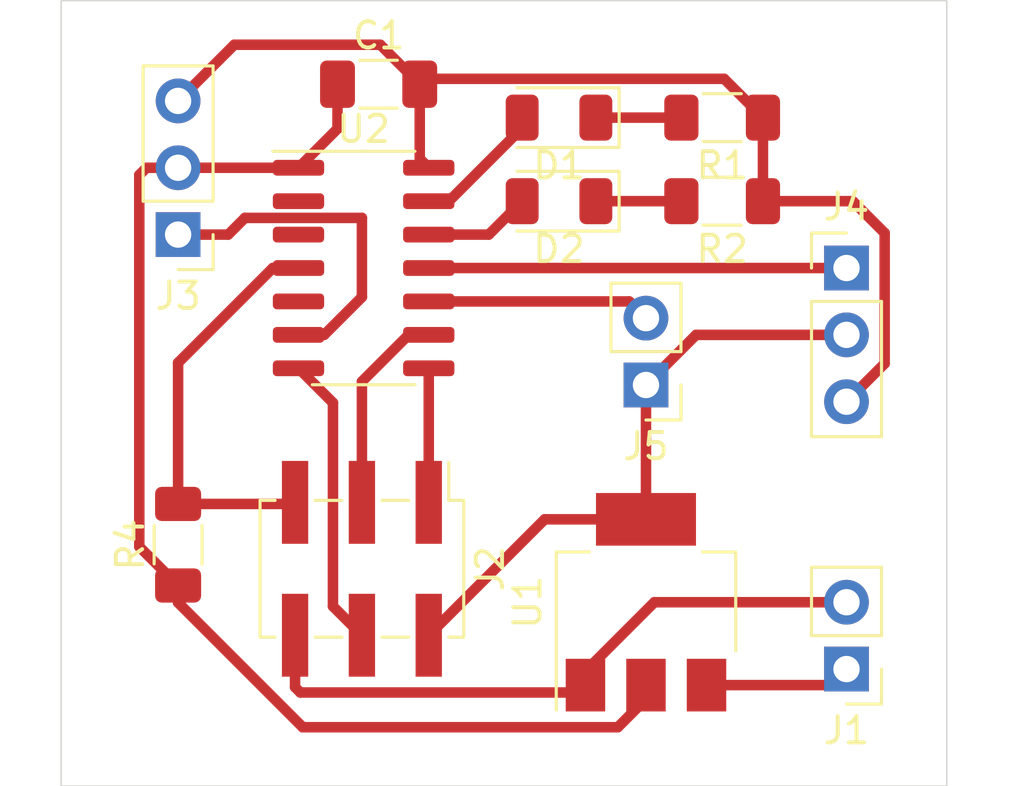
<source format=kicad_pcb>
(kicad_pcb (version 20171130) (host pcbnew "(5.1.10-1-10_14)")

  (general
    (thickness 1.6)
    (drawings 4)
    (tracks 69)
    (zones 0)
    (modules 13)
    (nets 18)
  )

  (page A4)
  (layers
    (0 F.Cu signal)
    (31 B.Cu signal)
    (32 B.Adhes user)
    (33 F.Adhes user)
    (34 B.Paste user)
    (35 F.Paste user)
    (36 B.SilkS user)
    (37 F.SilkS user)
    (38 B.Mask user)
    (39 F.Mask user)
    (40 Dwgs.User user)
    (41 Cmts.User user)
    (42 Eco1.User user)
    (43 Eco2.User user)
    (44 Edge.Cuts user)
    (45 Margin user)
    (46 B.CrtYd user)
    (47 F.CrtYd user)
    (48 B.Fab user)
    (49 F.Fab user)
  )

  (setup
    (last_trace_width 0.4)
    (trace_clearance 0.4)
    (zone_clearance 0.508)
    (zone_45_only no)
    (trace_min 0.2)
    (via_size 1.2)
    (via_drill 0.8)
    (via_min_size 0.4)
    (via_min_drill 0.3)
    (uvia_size 0.3)
    (uvia_drill 0.1)
    (uvias_allowed no)
    (uvia_min_size 0.2)
    (uvia_min_drill 0.1)
    (edge_width 0.05)
    (segment_width 0.2)
    (pcb_text_width 0.3)
    (pcb_text_size 1.5 1.5)
    (mod_edge_width 0.12)
    (mod_text_size 1 1)
    (mod_text_width 0.15)
    (pad_size 1.95 0.6)
    (pad_drill 0)
    (pad_to_mask_clearance 0)
    (solder_mask_min_width 0.25)
    (aux_axis_origin 0 0)
    (visible_elements FFFFFF7F)
    (pcbplotparams
      (layerselection 0x010fc_ffffffff)
      (usegerberextensions false)
      (usegerberattributes true)
      (usegerberadvancedattributes true)
      (creategerberjobfile true)
      (excludeedgelayer true)
      (linewidth 0.100000)
      (plotframeref false)
      (viasonmask false)
      (mode 1)
      (useauxorigin false)
      (hpglpennumber 1)
      (hpglpenspeed 20)
      (hpglpendiameter 15.000000)
      (psnegative false)
      (psa4output false)
      (plotreference true)
      (plotvalue true)
      (plotinvisibletext false)
      (padsonsilk false)
      (subtractmaskfromsilk false)
      (outputformat 1)
      (mirror false)
      (drillshape 0)
      (scaleselection 1)
      (outputdirectory ""))
  )

  (net 0 "")
  (net 1 VCC)
  (net 2 GND)
  (net 3 "Net-(D1-Pad2)")
  (net 4 "Net-(D1-Pad1)")
  (net 5 "Net-(D2-Pad1)")
  (net 6 "Net-(D2-Pad2)")
  (net 7 +9V)
  (net 8 /MISO)
  (net 9 /SCK)
  (net 10 /MOSI)
  (net 11 /RESET)
  (net 12 /Send)
  (net 13 "Net-(U2-Pad2)")
  (net 14 "Net-(U2-Pad3)")
  (net 15 "Net-(U2-Pad5)")
  (net 16 /Motor1)
  (net 17 /Motor2)

  (net_class Default "This is the default net class."
    (clearance 0.4)
    (trace_width 0.4)
    (via_dia 1.2)
    (via_drill 0.8)
    (uvia_dia 0.3)
    (uvia_drill 0.1)
    (add_net +9V)
    (add_net /MISO)
    (add_net /MOSI)
    (add_net /Motor1)
    (add_net /Motor2)
    (add_net /RESET)
    (add_net /SCK)
    (add_net /Send)
    (add_net GND)
    (add_net "Net-(D1-Pad1)")
    (add_net "Net-(D1-Pad2)")
    (add_net "Net-(D2-Pad1)")
    (add_net "Net-(D2-Pad2)")
    (add_net "Net-(U2-Pad2)")
    (add_net "Net-(U2-Pad3)")
    (add_net "Net-(U2-Pad5)")
    (add_net VCC)
  )

  (module Capacitor_SMD:C_1206_3216Metric_Pad1.33x1.80mm_HandSolder (layer F.Cu) (tedit 5F68FEEF) (tstamp 6195AF40)
    (at 149.225 90.805)
    (descr "Capacitor SMD 1206 (3216 Metric), square (rectangular) end terminal, IPC_7351 nominal with elongated pad for handsoldering. (Body size source: IPC-SM-782 page 76, https://www.pcb-3d.com/wordpress/wp-content/uploads/ipc-sm-782a_amendment_1_and_2.pdf), generated with kicad-footprint-generator")
    (tags "capacitor handsolder")
    (path /618C6C0C)
    (attr smd)
    (fp_text reference C1 (at 0 -1.85) (layer F.SilkS)
      (effects (font (size 1 1) (thickness 0.15)))
    )
    (fp_text value "4.7 uF" (at 0 1.85) (layer F.Fab)
      (effects (font (size 1 1) (thickness 0.15)))
    )
    (fp_line (start 2.48 1.15) (end -2.48 1.15) (layer F.CrtYd) (width 0.05))
    (fp_line (start 2.48 -1.15) (end 2.48 1.15) (layer F.CrtYd) (width 0.05))
    (fp_line (start -2.48 -1.15) (end 2.48 -1.15) (layer F.CrtYd) (width 0.05))
    (fp_line (start -2.48 1.15) (end -2.48 -1.15) (layer F.CrtYd) (width 0.05))
    (fp_line (start -0.711252 0.91) (end 0.711252 0.91) (layer F.SilkS) (width 0.12))
    (fp_line (start -0.711252 -0.91) (end 0.711252 -0.91) (layer F.SilkS) (width 0.12))
    (fp_line (start 1.6 0.8) (end -1.6 0.8) (layer F.Fab) (width 0.1))
    (fp_line (start 1.6 -0.8) (end 1.6 0.8) (layer F.Fab) (width 0.1))
    (fp_line (start -1.6 -0.8) (end 1.6 -0.8) (layer F.Fab) (width 0.1))
    (fp_line (start -1.6 0.8) (end -1.6 -0.8) (layer F.Fab) (width 0.1))
    (fp_text user %R (at 0 0) (layer F.Fab)
      (effects (font (size 0.8 0.8) (thickness 0.12)))
    )
    (pad 1 smd roundrect (at -1.5625 0) (size 1.325 1.8) (layers F.Cu F.Paste F.Mask) (roundrect_rratio 0.1886784905660377)
      (net 1 VCC))
    (pad 2 smd roundrect (at 1.5625 0) (size 1.325 1.8) (layers F.Cu F.Paste F.Mask) (roundrect_rratio 0.1886784905660377)
      (net 2 GND))
    (model ${KISYS3DMOD}/Capacitor_SMD.3dshapes/C_1206_3216Metric.wrl
      (at (xyz 0 0 0))
      (scale (xyz 1 1 1))
      (rotate (xyz 0 0 0))
    )
  )

  (module LED_SMD:LED_1206_3216Metric (layer F.Cu) (tedit 5F68FEF1) (tstamp 6195AF53)
    (at 156.08 92.075 180)
    (descr "LED SMD 1206 (3216 Metric), square (rectangular) end terminal, IPC_7351 nominal, (Body size source: http://www.tortai-tech.com/upload/download/2011102023233369053.pdf), generated with kicad-footprint-generator")
    (tags LED)
    (path /618D4F48)
    (attr smd)
    (fp_text reference D1 (at 0 -1.82) (layer F.SilkS)
      (effects (font (size 1 1) (thickness 0.15)))
    )
    (fp_text value LED (at 0 1.82) (layer F.Fab)
      (effects (font (size 1 1) (thickness 0.15)))
    )
    (fp_line (start 1.6 -0.8) (end -1.2 -0.8) (layer F.Fab) (width 0.1))
    (fp_line (start -1.2 -0.8) (end -1.6 -0.4) (layer F.Fab) (width 0.1))
    (fp_line (start -1.6 -0.4) (end -1.6 0.8) (layer F.Fab) (width 0.1))
    (fp_line (start -1.6 0.8) (end 1.6 0.8) (layer F.Fab) (width 0.1))
    (fp_line (start 1.6 0.8) (end 1.6 -0.8) (layer F.Fab) (width 0.1))
    (fp_line (start 1.6 -1.135) (end -2.285 -1.135) (layer F.SilkS) (width 0.12))
    (fp_line (start -2.285 -1.135) (end -2.285 1.135) (layer F.SilkS) (width 0.12))
    (fp_line (start -2.285 1.135) (end 1.6 1.135) (layer F.SilkS) (width 0.12))
    (fp_line (start -2.28 1.12) (end -2.28 -1.12) (layer F.CrtYd) (width 0.05))
    (fp_line (start -2.28 -1.12) (end 2.28 -1.12) (layer F.CrtYd) (width 0.05))
    (fp_line (start 2.28 -1.12) (end 2.28 1.12) (layer F.CrtYd) (width 0.05))
    (fp_line (start 2.28 1.12) (end -2.28 1.12) (layer F.CrtYd) (width 0.05))
    (fp_text user %R (at 0 0 180) (layer F.Fab)
      (effects (font (size 0.8 0.8) (thickness 0.12)))
    )
    (pad 2 smd roundrect (at 1.4 0 180) (size 1.25 1.75) (layers F.Cu F.Paste F.Mask) (roundrect_rratio 0.2)
      (net 3 "Net-(D1-Pad2)"))
    (pad 1 smd roundrect (at -1.4 0 180) (size 1.25 1.75) (layers F.Cu F.Paste F.Mask) (roundrect_rratio 0.2)
      (net 4 "Net-(D1-Pad1)"))
    (model ${KISYS3DMOD}/LED_SMD.3dshapes/LED_1206_3216Metric.wrl
      (at (xyz 0 0 0))
      (scale (xyz 1 1 1))
      (rotate (xyz 0 0 0))
    )
  )

  (module LED_SMD:LED_1206_3216Metric (layer F.Cu) (tedit 5F68FEF1) (tstamp 6195AF66)
    (at 156.08 95.25 180)
    (descr "LED SMD 1206 (3216 Metric), square (rectangular) end terminal, IPC_7351 nominal, (Body size source: http://www.tortai-tech.com/upload/download/2011102023233369053.pdf), generated with kicad-footprint-generator")
    (tags LED)
    (path /61816D9D)
    (attr smd)
    (fp_text reference D2 (at 0 -1.82) (layer F.SilkS)
      (effects (font (size 1 1) (thickness 0.15)))
    )
    (fp_text value LED (at 0 1.82) (layer F.Fab)
      (effects (font (size 1 1) (thickness 0.15)))
    )
    (fp_line (start 2.28 1.12) (end -2.28 1.12) (layer F.CrtYd) (width 0.05))
    (fp_line (start 2.28 -1.12) (end 2.28 1.12) (layer F.CrtYd) (width 0.05))
    (fp_line (start -2.28 -1.12) (end 2.28 -1.12) (layer F.CrtYd) (width 0.05))
    (fp_line (start -2.28 1.12) (end -2.28 -1.12) (layer F.CrtYd) (width 0.05))
    (fp_line (start -2.285 1.135) (end 1.6 1.135) (layer F.SilkS) (width 0.12))
    (fp_line (start -2.285 -1.135) (end -2.285 1.135) (layer F.SilkS) (width 0.12))
    (fp_line (start 1.6 -1.135) (end -2.285 -1.135) (layer F.SilkS) (width 0.12))
    (fp_line (start 1.6 0.8) (end 1.6 -0.8) (layer F.Fab) (width 0.1))
    (fp_line (start -1.6 0.8) (end 1.6 0.8) (layer F.Fab) (width 0.1))
    (fp_line (start -1.6 -0.4) (end -1.6 0.8) (layer F.Fab) (width 0.1))
    (fp_line (start -1.2 -0.8) (end -1.6 -0.4) (layer F.Fab) (width 0.1))
    (fp_line (start 1.6 -0.8) (end -1.2 -0.8) (layer F.Fab) (width 0.1))
    (fp_text user %R (at 0 0 180) (layer F.Fab)
      (effects (font (size 0.8 0.8) (thickness 0.12)))
    )
    (pad 1 smd roundrect (at -1.4 0 180) (size 1.25 1.75) (layers F.Cu F.Paste F.Mask) (roundrect_rratio 0.2)
      (net 5 "Net-(D2-Pad1)"))
    (pad 2 smd roundrect (at 1.4 0 180) (size 1.25 1.75) (layers F.Cu F.Paste F.Mask) (roundrect_rratio 0.2)
      (net 6 "Net-(D2-Pad2)"))
    (model ${KISYS3DMOD}/LED_SMD.3dshapes/LED_1206_3216Metric.wrl
      (at (xyz 0 0 0))
      (scale (xyz 1 1 1))
      (rotate (xyz 0 0 0))
    )
  )

  (module Connector_PinHeader_2.54mm:PinHeader_1x02_P2.54mm_Vertical (layer F.Cu) (tedit 59FED5CC) (tstamp 6195E00C)
    (at 167.005 113.03 180)
    (descr "Through hole straight pin header, 1x02, 2.54mm pitch, single row")
    (tags "Through hole pin header THT 1x02 2.54mm single row")
    (path /61824F8C)
    (fp_text reference J1 (at 0 -2.33) (layer F.SilkS)
      (effects (font (size 1 1) (thickness 0.15)))
    )
    (fp_text value Conn_01x02_Male (at 0 4.87) (layer F.Fab)
      (effects (font (size 1 1) (thickness 0.15)))
    )
    (fp_line (start 1.8 -1.8) (end -1.8 -1.8) (layer F.CrtYd) (width 0.05))
    (fp_line (start 1.8 4.35) (end 1.8 -1.8) (layer F.CrtYd) (width 0.05))
    (fp_line (start -1.8 4.35) (end 1.8 4.35) (layer F.CrtYd) (width 0.05))
    (fp_line (start -1.8 -1.8) (end -1.8 4.35) (layer F.CrtYd) (width 0.05))
    (fp_line (start -1.33 -1.33) (end 0 -1.33) (layer F.SilkS) (width 0.12))
    (fp_line (start -1.33 0) (end -1.33 -1.33) (layer F.SilkS) (width 0.12))
    (fp_line (start -1.33 1.27) (end 1.33 1.27) (layer F.SilkS) (width 0.12))
    (fp_line (start 1.33 1.27) (end 1.33 3.87) (layer F.SilkS) (width 0.12))
    (fp_line (start -1.33 1.27) (end -1.33 3.87) (layer F.SilkS) (width 0.12))
    (fp_line (start -1.33 3.87) (end 1.33 3.87) (layer F.SilkS) (width 0.12))
    (fp_line (start -1.27 -0.635) (end -0.635 -1.27) (layer F.Fab) (width 0.1))
    (fp_line (start -1.27 3.81) (end -1.27 -0.635) (layer F.Fab) (width 0.1))
    (fp_line (start 1.27 3.81) (end -1.27 3.81) (layer F.Fab) (width 0.1))
    (fp_line (start 1.27 -1.27) (end 1.27 3.81) (layer F.Fab) (width 0.1))
    (fp_line (start -0.635 -1.27) (end 1.27 -1.27) (layer F.Fab) (width 0.1))
    (fp_text user %R (at 0 1.27 90) (layer F.Fab)
      (effects (font (size 1 1) (thickness 0.15)))
    )
    (pad 1 thru_hole rect (at 0 0 180) (size 1.7 1.7) (drill 1) (layers *.Cu *.Mask)
      (net 7 +9V))
    (pad 2 thru_hole oval (at 0 2.54 180) (size 1.7 1.7) (drill 1) (layers *.Cu *.Mask)
      (net 2 GND))
    (model ${KISYS3DMOD}/Connector_PinHeader_2.54mm.3dshapes/PinHeader_1x02_P2.54mm_Vertical.wrl
      (at (xyz 0 0 0))
      (scale (xyz 1 1 1))
      (rotate (xyz 0 0 0))
    )
  )

  (module Connector_PinHeader_2.54mm:PinHeader_2x03_P2.54mm_Vertical_SMD (layer F.Cu) (tedit 59FED5CC) (tstamp 6195AFAD)
    (at 148.59 109.22 270)
    (descr "surface-mounted straight pin header, 2x03, 2.54mm pitch, double rows")
    (tags "Surface mounted pin header SMD 2x03 2.54mm double row")
    (path /61812338)
    (attr smd)
    (fp_text reference J2 (at 0 -4.87 90) (layer F.SilkS)
      (effects (font (size 1 1) (thickness 0.15)))
    )
    (fp_text value AVR-ISP-6 (at 0 4.87 90) (layer F.Fab)
      (effects (font (size 1 1) (thickness 0.15)))
    )
    (fp_line (start 5.9 -4.35) (end -5.9 -4.35) (layer F.CrtYd) (width 0.05))
    (fp_line (start 5.9 4.35) (end 5.9 -4.35) (layer F.CrtYd) (width 0.05))
    (fp_line (start -5.9 4.35) (end 5.9 4.35) (layer F.CrtYd) (width 0.05))
    (fp_line (start -5.9 -4.35) (end -5.9 4.35) (layer F.CrtYd) (width 0.05))
    (fp_line (start 2.6 0.76) (end 2.6 1.78) (layer F.SilkS) (width 0.12))
    (fp_line (start -2.6 0.76) (end -2.6 1.78) (layer F.SilkS) (width 0.12))
    (fp_line (start 2.6 -1.78) (end 2.6 -0.76) (layer F.SilkS) (width 0.12))
    (fp_line (start -2.6 -1.78) (end -2.6 -0.76) (layer F.SilkS) (width 0.12))
    (fp_line (start 2.6 3.3) (end 2.6 3.87) (layer F.SilkS) (width 0.12))
    (fp_line (start -2.6 3.3) (end -2.6 3.87) (layer F.SilkS) (width 0.12))
    (fp_line (start 2.6 -3.87) (end 2.6 -3.3) (layer F.SilkS) (width 0.12))
    (fp_line (start -2.6 -3.87) (end -2.6 -3.3) (layer F.SilkS) (width 0.12))
    (fp_line (start -4.04 -3.3) (end -2.6 -3.3) (layer F.SilkS) (width 0.12))
    (fp_line (start -2.6 3.87) (end 2.6 3.87) (layer F.SilkS) (width 0.12))
    (fp_line (start -2.6 -3.87) (end 2.6 -3.87) (layer F.SilkS) (width 0.12))
    (fp_line (start 3.6 2.86) (end 2.54 2.86) (layer F.Fab) (width 0.1))
    (fp_line (start 3.6 2.22) (end 3.6 2.86) (layer F.Fab) (width 0.1))
    (fp_line (start 2.54 2.22) (end 3.6 2.22) (layer F.Fab) (width 0.1))
    (fp_line (start -3.6 2.86) (end -2.54 2.86) (layer F.Fab) (width 0.1))
    (fp_line (start -3.6 2.22) (end -3.6 2.86) (layer F.Fab) (width 0.1))
    (fp_line (start -2.54 2.22) (end -3.6 2.22) (layer F.Fab) (width 0.1))
    (fp_line (start 3.6 0.32) (end 2.54 0.32) (layer F.Fab) (width 0.1))
    (fp_line (start 3.6 -0.32) (end 3.6 0.32) (layer F.Fab) (width 0.1))
    (fp_line (start 2.54 -0.32) (end 3.6 -0.32) (layer F.Fab) (width 0.1))
    (fp_line (start -3.6 0.32) (end -2.54 0.32) (layer F.Fab) (width 0.1))
    (fp_line (start -3.6 -0.32) (end -3.6 0.32) (layer F.Fab) (width 0.1))
    (fp_line (start -2.54 -0.32) (end -3.6 -0.32) (layer F.Fab) (width 0.1))
    (fp_line (start 3.6 -2.22) (end 2.54 -2.22) (layer F.Fab) (width 0.1))
    (fp_line (start 3.6 -2.86) (end 3.6 -2.22) (layer F.Fab) (width 0.1))
    (fp_line (start 2.54 -2.86) (end 3.6 -2.86) (layer F.Fab) (width 0.1))
    (fp_line (start -3.6 -2.22) (end -2.54 -2.22) (layer F.Fab) (width 0.1))
    (fp_line (start -3.6 -2.86) (end -3.6 -2.22) (layer F.Fab) (width 0.1))
    (fp_line (start -2.54 -2.86) (end -3.6 -2.86) (layer F.Fab) (width 0.1))
    (fp_line (start 2.54 -3.81) (end 2.54 3.81) (layer F.Fab) (width 0.1))
    (fp_line (start -2.54 -2.86) (end -1.59 -3.81) (layer F.Fab) (width 0.1))
    (fp_line (start -2.54 3.81) (end -2.54 -2.86) (layer F.Fab) (width 0.1))
    (fp_line (start -1.59 -3.81) (end 2.54 -3.81) (layer F.Fab) (width 0.1))
    (fp_line (start 2.54 3.81) (end -2.54 3.81) (layer F.Fab) (width 0.1))
    (fp_text user %R (at 0 0 180) (layer F.Fab)
      (effects (font (size 1 1) (thickness 0.15)))
    )
    (pad 1 smd rect (at -2.525 -2.54 270) (size 3.15 1) (layers F.Cu F.Paste F.Mask)
      (net 8 /MISO))
    (pad 2 smd rect (at 2.525 -2.54 270) (size 3.15 1) (layers F.Cu F.Paste F.Mask)
      (net 1 VCC))
    (pad 3 smd rect (at -2.525 0 270) (size 3.15 1) (layers F.Cu F.Paste F.Mask)
      (net 9 /SCK))
    (pad 4 smd rect (at 2.525 0 270) (size 3.15 1) (layers F.Cu F.Paste F.Mask)
      (net 10 /MOSI))
    (pad 5 smd rect (at -2.525 2.54 270) (size 3.15 1) (layers F.Cu F.Paste F.Mask)
      (net 11 /RESET))
    (pad 6 smd rect (at 2.525 2.54 270) (size 3.15 1) (layers F.Cu F.Paste F.Mask)
      (net 2 GND))
    (model ${KISYS3DMOD}/Connector_PinHeader_2.54mm.3dshapes/PinHeader_2x03_P2.54mm_Vertical_SMD.wrl
      (at (xyz 0 0 0))
      (scale (xyz 1 1 1))
      (rotate (xyz 0 0 0))
    )
  )

  (module Connector_PinHeader_2.54mm:PinHeader_1x03_P2.54mm_Vertical (layer F.Cu) (tedit 59FED5CC) (tstamp 6195AFC4)
    (at 141.605 96.52 180)
    (descr "Through hole straight pin header, 1x03, 2.54mm pitch, single row")
    (tags "Through hole pin header THT 1x03 2.54mm single row")
    (path /619650DE)
    (fp_text reference J3 (at 0 -2.33) (layer F.SilkS)
      (effects (font (size 1 1) (thickness 0.15)))
    )
    (fp_text value Conn_01x03_Male (at 0 7.41) (layer F.Fab)
      (effects (font (size 1 1) (thickness 0.15)))
    )
    (fp_line (start 1.8 -1.8) (end -1.8 -1.8) (layer F.CrtYd) (width 0.05))
    (fp_line (start 1.8 6.85) (end 1.8 -1.8) (layer F.CrtYd) (width 0.05))
    (fp_line (start -1.8 6.85) (end 1.8 6.85) (layer F.CrtYd) (width 0.05))
    (fp_line (start -1.8 -1.8) (end -1.8 6.85) (layer F.CrtYd) (width 0.05))
    (fp_line (start -1.33 -1.33) (end 0 -1.33) (layer F.SilkS) (width 0.12))
    (fp_line (start -1.33 0) (end -1.33 -1.33) (layer F.SilkS) (width 0.12))
    (fp_line (start -1.33 1.27) (end 1.33 1.27) (layer F.SilkS) (width 0.12))
    (fp_line (start 1.33 1.27) (end 1.33 6.41) (layer F.SilkS) (width 0.12))
    (fp_line (start -1.33 1.27) (end -1.33 6.41) (layer F.SilkS) (width 0.12))
    (fp_line (start -1.33 6.41) (end 1.33 6.41) (layer F.SilkS) (width 0.12))
    (fp_line (start -1.27 -0.635) (end -0.635 -1.27) (layer F.Fab) (width 0.1))
    (fp_line (start -1.27 6.35) (end -1.27 -0.635) (layer F.Fab) (width 0.1))
    (fp_line (start 1.27 6.35) (end -1.27 6.35) (layer F.Fab) (width 0.1))
    (fp_line (start 1.27 -1.27) (end 1.27 6.35) (layer F.Fab) (width 0.1))
    (fp_line (start -0.635 -1.27) (end 1.27 -1.27) (layer F.Fab) (width 0.1))
    (fp_text user %R (at 0 2.54 90) (layer F.Fab)
      (effects (font (size 1 1) (thickness 0.15)))
    )
    (pad 1 thru_hole rect (at 0 0 180) (size 1.7 1.7) (drill 1) (layers *.Cu *.Mask)
      (net 16 /Motor1))
    (pad 2 thru_hole oval (at 0 2.54 180) (size 1.7 1.7) (drill 1) (layers *.Cu *.Mask)
      (net 1 VCC))
    (pad 3 thru_hole oval (at 0 5.08 180) (size 1.7 1.7) (drill 1) (layers *.Cu *.Mask)
      (net 2 GND))
    (model ${KISYS3DMOD}/Connector_PinHeader_2.54mm.3dshapes/PinHeader_1x03_P2.54mm_Vertical.wrl
      (at (xyz 0 0 0))
      (scale (xyz 1 1 1))
      (rotate (xyz 0 0 0))
    )
  )

  (module Resistor_SMD:R_1206_3216Metric_Pad1.30x1.75mm_HandSolder (layer F.Cu) (tedit 5F68FEEE) (tstamp 6195AFD5)
    (at 162.28 92.075 180)
    (descr "Resistor SMD 1206 (3216 Metric), square (rectangular) end terminal, IPC_7351 nominal with elongated pad for handsoldering. (Body size source: IPC-SM-782 page 72, https://www.pcb-3d.com/wordpress/wp-content/uploads/ipc-sm-782a_amendment_1_and_2.pdf), generated with kicad-footprint-generator")
    (tags "resistor handsolder")
    (path /618D5D17)
    (attr smd)
    (fp_text reference R1 (at 0 -1.82) (layer F.SilkS)
      (effects (font (size 1 1) (thickness 0.15)))
    )
    (fp_text value 1k (at 0 1.82) (layer F.Fab)
      (effects (font (size 1 1) (thickness 0.15)))
    )
    (fp_line (start -1.6 0.8) (end -1.6 -0.8) (layer F.Fab) (width 0.1))
    (fp_line (start -1.6 -0.8) (end 1.6 -0.8) (layer F.Fab) (width 0.1))
    (fp_line (start 1.6 -0.8) (end 1.6 0.8) (layer F.Fab) (width 0.1))
    (fp_line (start 1.6 0.8) (end -1.6 0.8) (layer F.Fab) (width 0.1))
    (fp_line (start -0.727064 -0.91) (end 0.727064 -0.91) (layer F.SilkS) (width 0.12))
    (fp_line (start -0.727064 0.91) (end 0.727064 0.91) (layer F.SilkS) (width 0.12))
    (fp_line (start -2.45 1.12) (end -2.45 -1.12) (layer F.CrtYd) (width 0.05))
    (fp_line (start -2.45 -1.12) (end 2.45 -1.12) (layer F.CrtYd) (width 0.05))
    (fp_line (start 2.45 -1.12) (end 2.45 1.12) (layer F.CrtYd) (width 0.05))
    (fp_line (start 2.45 1.12) (end -2.45 1.12) (layer F.CrtYd) (width 0.05))
    (fp_text user %R (at 0 0) (layer F.Fab)
      (effects (font (size 0.8 0.8) (thickness 0.12)))
    )
    (pad 2 smd roundrect (at 1.55 0 180) (size 1.3 1.75) (layers F.Cu F.Paste F.Mask) (roundrect_rratio 0.1923076923076923)
      (net 4 "Net-(D1-Pad1)"))
    (pad 1 smd roundrect (at -1.55 0 180) (size 1.3 1.75) (layers F.Cu F.Paste F.Mask) (roundrect_rratio 0.1923076923076923)
      (net 2 GND))
    (model ${KISYS3DMOD}/Resistor_SMD.3dshapes/R_1206_3216Metric.wrl
      (at (xyz 0 0 0))
      (scale (xyz 1 1 1))
      (rotate (xyz 0 0 0))
    )
  )

  (module Resistor_SMD:R_1206_3216Metric_Pad1.30x1.75mm_HandSolder (layer F.Cu) (tedit 5F68FEEE) (tstamp 6195AFE6)
    (at 162.28 95.25 180)
    (descr "Resistor SMD 1206 (3216 Metric), square (rectangular) end terminal, IPC_7351 nominal with elongated pad for handsoldering. (Body size source: IPC-SM-782 page 72, https://www.pcb-3d.com/wordpress/wp-content/uploads/ipc-sm-782a_amendment_1_and_2.pdf), generated with kicad-footprint-generator")
    (tags "resistor handsolder")
    (path /6181FB39)
    (attr smd)
    (fp_text reference R2 (at 0 -1.82) (layer F.SilkS)
      (effects (font (size 1 1) (thickness 0.15)))
    )
    (fp_text value 1k (at 0 1.82) (layer F.Fab)
      (effects (font (size 1 1) (thickness 0.15)))
    )
    (fp_line (start 2.45 1.12) (end -2.45 1.12) (layer F.CrtYd) (width 0.05))
    (fp_line (start 2.45 -1.12) (end 2.45 1.12) (layer F.CrtYd) (width 0.05))
    (fp_line (start -2.45 -1.12) (end 2.45 -1.12) (layer F.CrtYd) (width 0.05))
    (fp_line (start -2.45 1.12) (end -2.45 -1.12) (layer F.CrtYd) (width 0.05))
    (fp_line (start -0.727064 0.91) (end 0.727064 0.91) (layer F.SilkS) (width 0.12))
    (fp_line (start -0.727064 -0.91) (end 0.727064 -0.91) (layer F.SilkS) (width 0.12))
    (fp_line (start 1.6 0.8) (end -1.6 0.8) (layer F.Fab) (width 0.1))
    (fp_line (start 1.6 -0.8) (end 1.6 0.8) (layer F.Fab) (width 0.1))
    (fp_line (start -1.6 -0.8) (end 1.6 -0.8) (layer F.Fab) (width 0.1))
    (fp_line (start -1.6 0.8) (end -1.6 -0.8) (layer F.Fab) (width 0.1))
    (fp_text user %R (at 0 0) (layer F.Fab)
      (effects (font (size 0.8 0.8) (thickness 0.12)))
    )
    (pad 1 smd roundrect (at -1.55 0 180) (size 1.3 1.75) (layers F.Cu F.Paste F.Mask) (roundrect_rratio 0.1923076923076923)
      (net 2 GND))
    (pad 2 smd roundrect (at 1.55 0 180) (size 1.3 1.75) (layers F.Cu F.Paste F.Mask) (roundrect_rratio 0.1923076923076923)
      (net 5 "Net-(D2-Pad1)"))
    (model ${KISYS3DMOD}/Resistor_SMD.3dshapes/R_1206_3216Metric.wrl
      (at (xyz 0 0 0))
      (scale (xyz 1 1 1))
      (rotate (xyz 0 0 0))
    )
  )

  (module Resistor_SMD:R_1206_3216Metric_Pad1.30x1.75mm_HandSolder (layer F.Cu) (tedit 5F68FEEE) (tstamp 6195AFF7)
    (at 141.605 108.305 90)
    (descr "Resistor SMD 1206 (3216 Metric), square (rectangular) end terminal, IPC_7351 nominal with elongated pad for handsoldering. (Body size source: IPC-SM-782 page 72, https://www.pcb-3d.com/wordpress/wp-content/uploads/ipc-sm-782a_amendment_1_and_2.pdf), generated with kicad-footprint-generator")
    (tags "resistor handsolder")
    (path /61814E9E)
    (attr smd)
    (fp_text reference R4 (at 0 -1.82 90) (layer F.SilkS)
      (effects (font (size 1 1) (thickness 0.15)))
    )
    (fp_text value 10k (at 0 1.82 90) (layer F.Fab)
      (effects (font (size 1 1) (thickness 0.15)))
    )
    (fp_line (start 2.45 1.12) (end -2.45 1.12) (layer F.CrtYd) (width 0.05))
    (fp_line (start 2.45 -1.12) (end 2.45 1.12) (layer F.CrtYd) (width 0.05))
    (fp_line (start -2.45 -1.12) (end 2.45 -1.12) (layer F.CrtYd) (width 0.05))
    (fp_line (start -2.45 1.12) (end -2.45 -1.12) (layer F.CrtYd) (width 0.05))
    (fp_line (start -0.727064 0.91) (end 0.727064 0.91) (layer F.SilkS) (width 0.12))
    (fp_line (start -0.727064 -0.91) (end 0.727064 -0.91) (layer F.SilkS) (width 0.12))
    (fp_line (start 1.6 0.8) (end -1.6 0.8) (layer F.Fab) (width 0.1))
    (fp_line (start 1.6 -0.8) (end 1.6 0.8) (layer F.Fab) (width 0.1))
    (fp_line (start -1.6 -0.8) (end 1.6 -0.8) (layer F.Fab) (width 0.1))
    (fp_line (start -1.6 0.8) (end -1.6 -0.8) (layer F.Fab) (width 0.1))
    (fp_text user %R (at 0 0 90) (layer F.Fab)
      (effects (font (size 0.8 0.8) (thickness 0.12)))
    )
    (pad 1 smd roundrect (at -1.55 0 90) (size 1.3 1.75) (layers F.Cu F.Paste F.Mask) (roundrect_rratio 0.1923076923076923)
      (net 1 VCC))
    (pad 2 smd roundrect (at 1.55 0 90) (size 1.3 1.75) (layers F.Cu F.Paste F.Mask) (roundrect_rratio 0.1923076923076923)
      (net 11 /RESET))
    (model ${KISYS3DMOD}/Resistor_SMD.3dshapes/R_1206_3216Metric.wrl
      (at (xyz 0 0 0))
      (scale (xyz 1 1 1))
      (rotate (xyz 0 0 0))
    )
  )

  (module Package_TO_SOT_SMD:SOT-223 (layer F.Cu) (tedit 5A02FF57) (tstamp 6195B01E)
    (at 159.385 110.49 90)
    (descr "module CMS SOT223 4 pins")
    (tags "CMS SOT")
    (path /618137DB)
    (attr smd)
    (fp_text reference U1 (at 0 -4.5 90) (layer F.SilkS)
      (effects (font (size 1 1) (thickness 0.15)))
    )
    (fp_text value ZLDO1117 (at 0 4.5 90) (layer F.Fab)
      (effects (font (size 1 1) (thickness 0.15)))
    )
    (fp_line (start 1.85 -3.35) (end 1.85 3.35) (layer F.Fab) (width 0.1))
    (fp_line (start -1.85 3.35) (end 1.85 3.35) (layer F.Fab) (width 0.1))
    (fp_line (start -4.1 -3.41) (end 1.91 -3.41) (layer F.SilkS) (width 0.12))
    (fp_line (start -0.8 -3.35) (end 1.85 -3.35) (layer F.Fab) (width 0.1))
    (fp_line (start -1.85 3.41) (end 1.91 3.41) (layer F.SilkS) (width 0.12))
    (fp_line (start -1.85 -2.3) (end -1.85 3.35) (layer F.Fab) (width 0.1))
    (fp_line (start -4.4 -3.6) (end -4.4 3.6) (layer F.CrtYd) (width 0.05))
    (fp_line (start -4.4 3.6) (end 4.4 3.6) (layer F.CrtYd) (width 0.05))
    (fp_line (start 4.4 3.6) (end 4.4 -3.6) (layer F.CrtYd) (width 0.05))
    (fp_line (start 4.4 -3.6) (end -4.4 -3.6) (layer F.CrtYd) (width 0.05))
    (fp_line (start 1.91 -3.41) (end 1.91 -2.15) (layer F.SilkS) (width 0.12))
    (fp_line (start 1.91 3.41) (end 1.91 2.15) (layer F.SilkS) (width 0.12))
    (fp_line (start -1.85 -2.3) (end -0.8 -3.35) (layer F.Fab) (width 0.1))
    (fp_text user %R (at 0 0 180) (layer F.Fab)
      (effects (font (size 0.8 0.8) (thickness 0.12)))
    )
    (pad 4 smd rect (at 3.15 0 90) (size 2 3.8) (layers F.Cu F.Paste F.Mask)
      (net 1 VCC))
    (pad 2 smd rect (at -3.15 0 90) (size 2 1.5) (layers F.Cu F.Paste F.Mask)
      (net 1 VCC))
    (pad 3 smd rect (at -3.15 2.3 90) (size 2 1.5) (layers F.Cu F.Paste F.Mask)
      (net 7 +9V))
    (pad 1 smd rect (at -3.15 -2.3 90) (size 2 1.5) (layers F.Cu F.Paste F.Mask)
      (net 2 GND))
    (model ${KISYS3DMOD}/Package_TO_SOT_SMD.3dshapes/SOT-223.wrl
      (at (xyz 0 0 0))
      (scale (xyz 1 1 1))
      (rotate (xyz 0 0 0))
    )
  )

  (module Package_SO:SOIC-14_3.9x8.7mm_P1.27mm (layer F.Cu) (tedit 6195A8C1) (tstamp 6195B03E)
    (at 148.655 97.79)
    (descr "SOIC, 14 Pin (JEDEC MS-012AB, https://www.analog.com/media/en/package-pcb-resources/package/pkg_pdf/soic_narrow-r/r_14.pdf), generated with kicad-footprint-generator ipc_gullwing_generator.py")
    (tags "SOIC SO")
    (path /6181189F)
    (attr smd)
    (fp_text reference U2 (at 0 -5.28) (layer F.SilkS)
      (effects (font (size 1 1) (thickness 0.15)))
    )
    (fp_text value ATtiny44A-SSU (at 0 5.28) (layer F.Fab)
      (effects (font (size 1 1) (thickness 0.15)))
    )
    (fp_line (start 3.7 -4.58) (end -3.7 -4.58) (layer F.CrtYd) (width 0.05))
    (fp_line (start 3.7 4.58) (end 3.7 -4.58) (layer F.CrtYd) (width 0.05))
    (fp_line (start -3.7 4.58) (end 3.7 4.58) (layer F.CrtYd) (width 0.05))
    (fp_line (start -3.7 -4.58) (end -3.7 4.58) (layer F.CrtYd) (width 0.05))
    (fp_line (start -1.95 -3.35) (end -0.975 -4.325) (layer F.Fab) (width 0.1))
    (fp_line (start -1.95 4.325) (end -1.95 -3.35) (layer F.Fab) (width 0.1))
    (fp_line (start 1.95 4.325) (end -1.95 4.325) (layer F.Fab) (width 0.1))
    (fp_line (start 1.95 -4.325) (end 1.95 4.325) (layer F.Fab) (width 0.1))
    (fp_line (start -0.975 -4.325) (end 1.95 -4.325) (layer F.Fab) (width 0.1))
    (fp_line (start 0 -4.435) (end -3.45 -4.435) (layer F.SilkS) (width 0.12))
    (fp_line (start 0 -4.435) (end 1.95 -4.435) (layer F.SilkS) (width 0.12))
    (fp_line (start 0 4.435) (end -1.95 4.435) (layer F.SilkS) (width 0.12))
    (fp_line (start 0 4.435) (end 1.95 4.435) (layer F.SilkS) (width 0.12))
    (fp_text user %R (at 0 0) (layer F.Fab)
      (effects (font (size 0.98 0.98) (thickness 0.15)))
    )
    (pad 1 smd roundrect (at -2.475 -3.81) (size 1.95 0.6) (layers F.Cu F.Paste F.Mask) (roundrect_rratio 0.25)
      (net 1 VCC))
    (pad 2 smd roundrect (at -2.475 -2.54) (size 1.95 0.6) (layers F.Cu F.Paste F.Mask) (roundrect_rratio 0.25)
      (net 13 "Net-(U2-Pad2)"))
    (pad 3 smd roundrect (at -2.475 -1.27) (size 1.95 0.6) (layers F.Cu F.Paste F.Mask) (roundrect_rratio 0.25)
      (net 14 "Net-(U2-Pad3)"))
    (pad 4 smd roundrect (at -2.475 0) (size 1.95 0.6) (layers F.Cu F.Paste F.Mask) (roundrect_rratio 0.25)
      (net 11 /RESET))
    (pad 5 smd roundrect (at -2.475 1.27) (size 1.95 0.6) (layers F.Cu F.Paste F.Mask) (roundrect_rratio 0.25)
      (net 15 "Net-(U2-Pad5)"))
    (pad 6 smd roundrect (at -2.475 2.54) (size 1.95 0.6) (layers F.Cu F.Paste F.Mask) (roundrect_rratio 0.25)
      (net 16 /Motor1))
    (pad 7 smd roundrect (at -2.475 3.81) (size 1.95 0.6) (layers F.Cu F.Paste F.Mask) (roundrect_rratio 0.25)
      (net 10 /MOSI))
    (pad 8 smd roundrect (at 2.475 3.81) (size 1.95 0.6) (layers F.Cu F.Paste F.Mask) (roundrect_rratio 0.25)
      (net 8 /MISO))
    (pad 9 smd roundrect (at 2.475 2.54) (size 1.95 0.6) (layers F.Cu F.Paste F.Mask) (roundrect_rratio 0.25)
      (net 9 /SCK))
    (pad 10 smd roundrect (at 2.475 1.27) (size 1.95 0.6) (layers F.Cu F.Paste F.Mask) (roundrect_rratio 0.25)
      (net 12 /Send))
    (pad 11 smd roundrect (at 2.475 0) (size 1.95 0.6) (layers F.Cu F.Paste F.Mask) (roundrect_rratio 0.25)
      (net 17 /Motor2))
    (pad 12 smd roundrect (at 2.475 -1.27) (size 1.95 0.6) (layers F.Cu F.Paste F.Mask) (roundrect_rratio 0.25)
      (net 6 "Net-(D2-Pad2)"))
    (pad 13 smd roundrect (at 2.475 -2.54) (size 1.95 0.6) (layers F.Cu F.Paste F.Mask) (roundrect_rratio 0.25)
      (net 3 "Net-(D1-Pad2)"))
    (pad 14 smd roundrect (at 2.475 -3.81) (size 1.95 0.6) (layers F.Cu F.Paste F.Mask) (roundrect_rratio 0.25)
      (net 2 GND))
    (model ${KISYS3DMOD}/Package_SO.3dshapes/SOIC-14_3.9x8.7mm_P1.27mm.wrl
      (at (xyz 0 0 0))
      (scale (xyz 1 1 1))
      (rotate (xyz 0 0 0))
    )
  )

  (module Connector_PinHeader_2.54mm:PinHeader_1x02_P2.54mm_Vertical (layer F.Cu) (tedit 59FED5CC) (tstamp 6195DEFF)
    (at 159.385 102.235 180)
    (descr "Through hole straight pin header, 1x02, 2.54mm pitch, single row")
    (tags "Through hole pin header THT 1x02 2.54mm single row")
    (path /61968185)
    (fp_text reference J5 (at 0 -2.33) (layer F.SilkS)
      (effects (font (size 1 1) (thickness 0.15)))
    )
    (fp_text value Conn_01x02_Male (at 0 4.87) (layer F.Fab)
      (effects (font (size 1 1) (thickness 0.15)))
    )
    (fp_line (start 1.8 -1.8) (end -1.8 -1.8) (layer F.CrtYd) (width 0.05))
    (fp_line (start 1.8 4.35) (end 1.8 -1.8) (layer F.CrtYd) (width 0.05))
    (fp_line (start -1.8 4.35) (end 1.8 4.35) (layer F.CrtYd) (width 0.05))
    (fp_line (start -1.8 -1.8) (end -1.8 4.35) (layer F.CrtYd) (width 0.05))
    (fp_line (start -1.33 -1.33) (end 0 -1.33) (layer F.SilkS) (width 0.12))
    (fp_line (start -1.33 0) (end -1.33 -1.33) (layer F.SilkS) (width 0.12))
    (fp_line (start -1.33 1.27) (end 1.33 1.27) (layer F.SilkS) (width 0.12))
    (fp_line (start 1.33 1.27) (end 1.33 3.87) (layer F.SilkS) (width 0.12))
    (fp_line (start -1.33 1.27) (end -1.33 3.87) (layer F.SilkS) (width 0.12))
    (fp_line (start -1.33 3.87) (end 1.33 3.87) (layer F.SilkS) (width 0.12))
    (fp_line (start -1.27 -0.635) (end -0.635 -1.27) (layer F.Fab) (width 0.1))
    (fp_line (start -1.27 3.81) (end -1.27 -0.635) (layer F.Fab) (width 0.1))
    (fp_line (start 1.27 3.81) (end -1.27 3.81) (layer F.Fab) (width 0.1))
    (fp_line (start 1.27 -1.27) (end 1.27 3.81) (layer F.Fab) (width 0.1))
    (fp_line (start -0.635 -1.27) (end 1.27 -1.27) (layer F.Fab) (width 0.1))
    (fp_text user %R (at 0 1.27 90) (layer F.Fab)
      (effects (font (size 1 1) (thickness 0.15)))
    )
    (pad 1 thru_hole rect (at 0 0 180) (size 1.7 1.7) (drill 1) (layers *.Cu *.Mask)
      (net 1 VCC))
    (pad 2 thru_hole oval (at 0 2.54 180) (size 1.7 1.7) (drill 1) (layers *.Cu *.Mask)
      (net 12 /Send))
    (model ${KISYS3DMOD}/Connector_PinHeader_2.54mm.3dshapes/PinHeader_1x02_P2.54mm_Vertical.wrl
      (at (xyz 0 0 0))
      (scale (xyz 1 1 1))
      (rotate (xyz 0 0 0))
    )
  )

  (module Connector_PinHeader_2.54mm:PinHeader_1x03_P2.54mm_Vertical (layer F.Cu) (tedit 59FED5CC) (tstamp 619AD089)
    (at 167.005 97.79)
    (descr "Through hole straight pin header, 1x03, 2.54mm pitch, single row")
    (tags "Through hole pin header THT 1x03 2.54mm single row")
    (path /619B371B)
    (fp_text reference J4 (at 0 -2.33) (layer F.SilkS)
      (effects (font (size 1 1) (thickness 0.15)))
    )
    (fp_text value Conn_01x03_Male (at 0 7.41) (layer F.Fab)
      (effects (font (size 1 1) (thickness 0.15)))
    )
    (fp_line (start -0.635 -1.27) (end 1.27 -1.27) (layer F.Fab) (width 0.1))
    (fp_line (start 1.27 -1.27) (end 1.27 6.35) (layer F.Fab) (width 0.1))
    (fp_line (start 1.27 6.35) (end -1.27 6.35) (layer F.Fab) (width 0.1))
    (fp_line (start -1.27 6.35) (end -1.27 -0.635) (layer F.Fab) (width 0.1))
    (fp_line (start -1.27 -0.635) (end -0.635 -1.27) (layer F.Fab) (width 0.1))
    (fp_line (start -1.33 6.41) (end 1.33 6.41) (layer F.SilkS) (width 0.12))
    (fp_line (start -1.33 1.27) (end -1.33 6.41) (layer F.SilkS) (width 0.12))
    (fp_line (start 1.33 1.27) (end 1.33 6.41) (layer F.SilkS) (width 0.12))
    (fp_line (start -1.33 1.27) (end 1.33 1.27) (layer F.SilkS) (width 0.12))
    (fp_line (start -1.33 0) (end -1.33 -1.33) (layer F.SilkS) (width 0.12))
    (fp_line (start -1.33 -1.33) (end 0 -1.33) (layer F.SilkS) (width 0.12))
    (fp_line (start -1.8 -1.8) (end -1.8 6.85) (layer F.CrtYd) (width 0.05))
    (fp_line (start -1.8 6.85) (end 1.8 6.85) (layer F.CrtYd) (width 0.05))
    (fp_line (start 1.8 6.85) (end 1.8 -1.8) (layer F.CrtYd) (width 0.05))
    (fp_line (start 1.8 -1.8) (end -1.8 -1.8) (layer F.CrtYd) (width 0.05))
    (fp_text user %R (at 0 2.54 90) (layer F.Fab)
      (effects (font (size 1 1) (thickness 0.15)))
    )
    (pad 1 thru_hole rect (at 0 0) (size 1.7 1.7) (drill 1) (layers *.Cu *.Mask)
      (net 17 /Motor2))
    (pad 2 thru_hole oval (at 0 2.54) (size 1.7 1.7) (drill 1) (layers *.Cu *.Mask)
      (net 1 VCC))
    (pad 3 thru_hole oval (at 0 5.08) (size 1.7 1.7) (drill 1) (layers *.Cu *.Mask)
      (net 2 GND))
    (model ${KISYS3DMOD}/Connector_PinHeader_2.54mm.3dshapes/PinHeader_1x03_P2.54mm_Vertical.wrl
      (at (xyz 0 0 0))
      (scale (xyz 1 1 1))
      (rotate (xyz 0 0 0))
    )
  )

  (gr_line (start 170.815 117.475) (end 137.16 117.475) (layer Edge.Cuts) (width 0.05) (tstamp 619B47BE))
  (gr_line (start 170.815 87.63) (end 170.815 117.475) (layer Edge.Cuts) (width 0.05))
  (gr_line (start 137.16 117.475) (end 137.16 87.63) (layer Edge.Cuts) (width 0.05) (tstamp 6195E036))
  (gr_line (start 137.16 87.63) (end 170.815 87.63) (layer Edge.Cuts) (width 0.05))

  (segment (start 146.18 93.98) (end 141.605 93.98) (width 0.4) (layer F.Cu) (net 1))
  (segment (start 151.105 111.77) (end 151.13 111.745) (width 0.4) (layer F.Cu) (net 1))
  (segment (start 147.6625 92.4975) (end 146.18 93.98) (width 0.4) (layer F.Cu) (net 1))
  (segment (start 147.6625 90.805) (end 147.6625 92.4975) (width 0.4) (layer F.Cu) (net 1))
  (segment (start 155.535 107.34) (end 151.13 111.745) (width 0.4) (layer F.Cu) (net 1))
  (segment (start 159.385 107.34) (end 155.535 107.34) (width 0.4) (layer F.Cu) (net 1))
  (segment (start 140.402919 93.98) (end 141.605 93.98) (width 0.4) (layer F.Cu) (net 1))
  (segment (start 140.12999 94.252929) (end 140.402919 93.98) (width 0.4) (layer F.Cu) (net 1))
  (segment (start 140.12999 108.37999) (end 140.12999 94.252929) (width 0.4) (layer F.Cu) (net 1))
  (segment (start 141.605 109.855) (end 140.12999 108.37999) (width 0.4) (layer F.Cu) (net 1))
  (segment (start 159.385 114.170002) (end 159.385 113.64) (width 0.4) (layer F.Cu) (net 1))
  (segment (start 158.315001 115.240001) (end 159.385 114.170002) (width 0.4) (layer F.Cu) (net 1))
  (segment (start 141.605 110.505) (end 146.340001 115.240001) (width 0.4) (layer F.Cu) (net 1))
  (segment (start 146.340001 115.240001) (end 158.315001 115.240001) (width 0.4) (layer F.Cu) (net 1))
  (segment (start 141.605 109.855) (end 141.605 110.505) (width 0.4) (layer F.Cu) (net 1))
  (segment (start 159.385 102.235) (end 159.385 107.34) (width 0.4) (layer F.Cu) (net 1))
  (segment (start 161.29 100.33) (end 159.385 102.235) (width 0.4) (layer F.Cu) (net 1))
  (segment (start 167.005 100.33) (end 161.29 100.33) (width 0.4) (layer F.Cu) (net 1))
  (segment (start 149.28749 89.30499) (end 150.7875 90.805) (width 0.4) (layer F.Cu) (net 2))
  (segment (start 143.74001 89.30499) (end 149.28749 89.30499) (width 0.4) (layer F.Cu) (net 2))
  (segment (start 141.605 91.44) (end 143.74001 89.30499) (width 0.4) (layer F.Cu) (net 2))
  (segment (start 150.7875 93.6375) (end 151.13 93.98) (width 0.4) (layer F.Cu) (net 2))
  (segment (start 150.7875 90.805) (end 150.7875 93.6375) (width 0.4) (layer F.Cu) (net 2))
  (segment (start 163.83 92.075) (end 163.83 95.25) (width 0.4) (layer F.Cu) (net 2))
  (segment (start 150.99251 90.59999) (end 150.7875 90.805) (width 0.4) (layer F.Cu) (net 2))
  (segment (start 162.35499 90.59999) (end 150.99251 90.59999) (width 0.4) (layer F.Cu) (net 2))
  (segment (start 163.83 92.075) (end 162.35499 90.59999) (width 0.4) (layer F.Cu) (net 2))
  (segment (start 146.05 113.72) (end 146.250001 113.920001) (width 0.4) (layer F.Cu) (net 2))
  (segment (start 156.804999 113.920001) (end 157.085 113.64) (width 0.4) (layer F.Cu) (net 2))
  (segment (start 146.250001 113.920001) (end 156.804999 113.920001) (width 0.4) (layer F.Cu) (net 2))
  (segment (start 146.05 111.745) (end 146.05 113.72) (width 0.4) (layer F.Cu) (net 2))
  (segment (start 168.455001 101.419999) (end 167.005 102.87) (width 0.4) (layer F.Cu) (net 2))
  (segment (start 168.455001 96.459999) (end 168.455001 101.419999) (width 0.4) (layer F.Cu) (net 2))
  (segment (start 167.245002 95.25) (end 168.455001 96.459999) (width 0.4) (layer F.Cu) (net 2))
  (segment (start 163.83 95.25) (end 167.245002 95.25) (width 0.4) (layer F.Cu) (net 2))
  (segment (start 157.085 113.109998) (end 157.085 113.64) (width 0.4) (layer F.Cu) (net 2))
  (segment (start 159.704998 110.49) (end 157.085 113.109998) (width 0.4) (layer F.Cu) (net 2))
  (segment (start 167.005 110.49) (end 159.704998 110.49) (width 0.4) (layer F.Cu) (net 2))
  (segment (start 151.895676 95.25) (end 151.13 95.25) (width 0.4) (layer F.Cu) (net 3))
  (segment (start 154.68 92.465676) (end 151.895676 95.25) (width 0.4) (layer F.Cu) (net 3))
  (segment (start 154.68 92.075) (end 154.68 92.465676) (width 0.4) (layer F.Cu) (net 3))
  (segment (start 157.48 92.075) (end 160.73 92.075) (width 0.4) (layer F.Cu) (net 4))
  (segment (start 157.48 95.25) (end 160.73 95.25) (width 0.4) (layer F.Cu) (net 5))
  (segment (start 153.41 96.52) (end 151.13 96.52) (width 0.4) (layer F.Cu) (net 6))
  (segment (start 154.68 95.25) (end 153.41 96.52) (width 0.4) (layer F.Cu) (net 6))
  (segment (start 166.395 113.64) (end 167.005 113.03) (width 0.4) (layer F.Cu) (net 7))
  (segment (start 161.685 113.64) (end 166.395 113.64) (width 0.4) (layer F.Cu) (net 7))
  (segment (start 151.13 106.695) (end 151.13 101.6) (width 0.4) (layer F.Cu) (net 8))
  (segment (start 148.59 102.104324) (end 150.364324 100.33) (width 0.4) (layer F.Cu) (net 9))
  (segment (start 150.364324 100.33) (end 151.13 100.33) (width 0.4) (layer F.Cu) (net 9))
  (segment (start 148.59 106.695) (end 148.59 102.104324) (width 0.4) (layer F.Cu) (net 9))
  (segment (start 147.489999 102.909999) (end 146.18 101.6) (width 0.4) (layer F.Cu) (net 10))
  (segment (start 147.489999 110.644999) (end 147.489999 102.909999) (width 0.4) (layer F.Cu) (net 10))
  (segment (start 148.59 111.745) (end 147.489999 110.644999) (width 0.4) (layer F.Cu) (net 10))
  (segment (start 145.414324 97.79) (end 146.18 97.79) (width 0.4) (layer F.Cu) (net 11))
  (segment (start 141.605 101.39) (end 141.605 106.755) (width 0.4) (layer F.Cu) (net 11))
  (segment (start 145.205 97.79) (end 141.605 101.39) (width 0.4) (layer F.Cu) (net 11))
  (segment (start 146.18 97.79) (end 145.205 97.79) (width 0.4) (layer F.Cu) (net 11))
  (segment (start 145.99 106.755) (end 146.05 106.695) (width 0.4) (layer F.Cu) (net 11))
  (segment (start 141.605 106.755) (end 145.99 106.755) (width 0.4) (layer F.Cu) (net 11))
  (segment (start 158.75 99.06) (end 159.385 99.695) (width 0.4) (layer F.Cu) (net 12))
  (segment (start 151.13 99.06) (end 158.75 99.06) (width 0.4) (layer F.Cu) (net 12))
  (segment (start 147.155 100.33) (end 146.18 100.33) (width 0.4) (layer F.Cu) (net 16))
  (segment (start 148.59 95.885) (end 148.59 98.895) (width 0.4) (layer F.Cu) (net 16))
  (segment (start 148.59 98.895) (end 147.155 100.33) (width 0.4) (layer F.Cu) (net 16))
  (segment (start 143.51 96.52) (end 144.145 95.885) (width 0.4) (layer F.Cu) (net 16))
  (segment (start 144.145 95.885) (end 148.59 95.885) (width 0.4) (layer F.Cu) (net 16))
  (segment (start 141.605 96.52) (end 143.51 96.52) (width 0.4) (layer F.Cu) (net 16))
  (segment (start 167.005 97.79) (end 151.13 97.79) (width 0.4) (layer F.Cu) (net 17))

)

</source>
